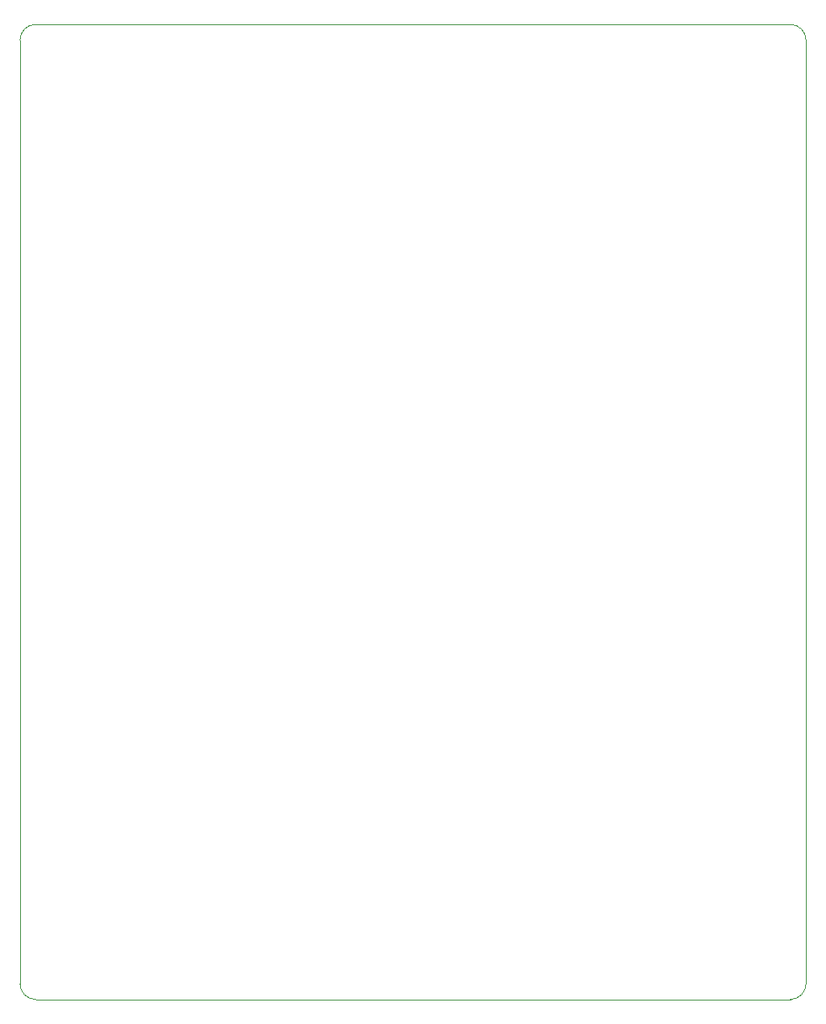
<source format=gbr>
G04 #@! TF.GenerationSoftware,KiCad,Pcbnew,(5.1.4)-1*
G04 #@! TF.CreationDate,2021-01-04T02:31:35-06:00*
G04 #@! TF.ProjectId,65Numpad,36354e75-6d70-4616-942e-6b696361645f,rev?*
G04 #@! TF.SameCoordinates,Original*
G04 #@! TF.FileFunction,Profile,NP*
%FSLAX46Y46*%
G04 Gerber Fmt 4.6, Leading zero omitted, Abs format (unit mm)*
G04 Created by KiCad (PCBNEW (5.1.4)-1) date 2021-01-04 02:31:35*
%MOMM*%
%LPD*%
G04 APERTURE LIST*
%ADD10C,0.050000*%
G04 APERTURE END LIST*
D10*
X405606250Y-47625000D02*
X329406250Y-47625000D01*
X329406250Y-146050000D02*
X405606250Y-146050000D01*
X407193750Y-144462500D02*
X407193750Y-49212500D01*
X329406250Y-146050000D02*
G75*
G02X327818750Y-144462500I0J1587500D01*
G01*
X407193750Y-144462500D02*
G75*
G02X405606250Y-146050000I-1587500J0D01*
G01*
X405606250Y-47625000D02*
G75*
G02X407193750Y-49212500I0J-1587500D01*
G01*
X327818750Y-49212500D02*
X327818750Y-144462500D01*
X327818750Y-49212500D02*
G75*
G02X329406250Y-47625000I1587500J0D01*
G01*
M02*

</source>
